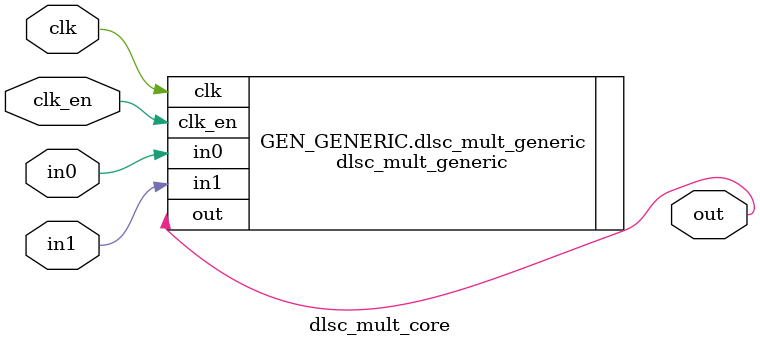
<source format=v>


module dlsc_mult_core #(
    parameter DEVICE    = "GENERIC",
    parameter SIGNED    = 0,            // set for signed multiplication
    parameter DATA0     = 1,            // width of first operand (should typically be >= DATA1)
    parameter DATA1     = 1,            // width of second operand
    parameter OUT       = 1,            // width of output
    parameter PIPELINE  = 4             // pipeline delay (recommend 3-5 for Xilinx DSP48 blocks)
) (
    input   wire                clk,
    input   wire                clk_en,

    input   wire    [DATA0-1:0] in0,
    input   wire    [DATA1-1:0] in1,
    output  wire    [OUT  -1:0] out
);

`include "dlsc_synthesis.vh"
`include "dlsc_devices.vh"

localparam SIGNED0  = SIGNED;
localparam SIGNED1  = SIGNED;

localparam PIPE1    = (PIPELINE >= 1);
localparam PIPE2    = (PIPELINE >= 2);
localparam PIPE3    = (PIPELINE >= 3);
localparam PIPE4    = (PIPELINE >= 4);
localparam PIPE5    = (PIPELINE >= 5);

generate

`ifdef XILINX
if(DLSC_XILINX_DSP48A && (DATA0 <= 18) && (DATA1 <= 18) &&
    (SIGNED0 || (DATA0 <= 17) || (!SIGNED1 && DATA1 <= 17)) &&
    (SIGNED1 || (DATA1 <= 17) || (!SIGNED0 && DATA0 <= 17))
) begin:GEN_XILINX_DSP48A
    
    // Spartan-class DSP block
    // TODO: add support for other DSP slices

    // inputs
    wire [17:0] a = SIGNED0 ? { {(18-DATA0){in0[DATA0-1]}} , in0 } : { {(18-DATA0){1'b0}} , in0 };
    wire [17:0] b = SIGNED1 ? { {(18-DATA1){in1[DATA1-1]}} , in1 } : { {(18-DATA1){1'b0}} , in1 };
    wire [7:0]  opmode;

    assign opmode[1:0]  = 2'd1; // X mux: use multiplier product
    assign opmode[3:2]  = 2'd0; // Z mux: use constant 0
    assign opmode[4]    = 1'b0; // bypass port B/D pre-adder
    assign opmode[5]    = 1'b0; // no carry input
    assign opmode[6]    = 1'b0; // pre-adder is adder (doesn't matter)
    assign opmode[7]    = 1'b0; // post-adder is adder (doesn't matter)

    // outputs
    wire [47:0] p;

    DSP48A #(
        .PREG           ( PIPE1 ),      // Enable=1/disable=0 P output pipeline register
        .A1REG          ( PIPE2 ),      // Enable=1/disable=0 second stage A input pipeline register
        .B1REG          ( PIPE2 ),      // Enable=1/disable=0 second stage B input pipeline register
        .MREG           ( PIPE3 ),      // Enable=1/disable=0 M pipeline register
        .A0REG          ( PIPE5 ),      // Enable=1/disable=0 first stage A input pipeline register
        .B0REG          ( PIPE5 ),      // Enable=1/disable=0 first stage B input pipeline register
        .CARRYINREG     ( 1 ),          // Enable=1/disable=0 CARRYIN input pipeline register
        .CARRYINSEL     ( "OPMODE5" ),  // Specify carry-in source, "CARRYIN" or "OPMODE5" 
        .CREG           ( 1 ),          // Enable=1/disable=0 C input pipeline register
        .DREG           ( 1 ),          // Enable=1/disable=0 D pre-adder input pipeline register
        .OPMODEREG      ( 1 ),          // Enable=1/disable=0 OPMODE input pipeline register
        .RSTTYPE        ( "SYNC" )      // Specify reset type, "SYNC" or "ASYNC" 
    ) DSP48A_inst (
        .BCOUT          (  ),           // 18-bit B port cascade output
        .CARRYOUT       (  ),           // 1-bit carry output
        .P              ( p ),          // 48-bit output
        .PCOUT          (  ),           // 48-bit cascade output
        .A              ( a ),          // 18-bit A data input
        .B              ( b ),          // 18-bit B data input (can be connected to fabric or BCOUT of adjacent DSP48A)
        .C              ( 48'd0 ),      // 48-bit C data input
        .CARRYIN        ( 1'b0 ),       // 1-bit carry input signal
        .CEA            ( clk_en ),     // 1-bit active high clock enable input for A input registers
        .CEB            ( clk_en ),     // 1-bit active high clock enable input for B input registers
        .CEC            ( 1'b1 ),       // 1-bit active high clock enable input for C input registers
        .CECARRYIN      ( 1'b1 ),       // 1-bit active high clock enable input for CARRYIN registers
        .CED            ( 1'b0 ),       // 1-bit active high clock enable input for D input registers
        .CEM            ( clk_en ),     // 1-bit active high clock enable input for multiplier registers
        .CEOPMODE       ( 1'b1 ),       // 1-bit active high clock enable input for OPMODE registers
        .CEP            ( clk_en ),     // 1-bit active high clock enable input for P output registers
        .CLK            ( clk ),        // Clock input
        .D              ( 18'd0 ),      // 18-bit B pre-adder data input
        .OPMODE         ( opmode ),     // 8-bit operation mode input
        .PCIN           ( 48'd0 ),      // 48-bit P cascade input 
        .RSTA           ( 1'b0 ),       // 1-bit reset input for A input pipeline registers
        .RSTB           ( 1'b0 ),       // 1-bit reset input for B input pipeline registers
        .RSTC           ( 1'b0 ),       // 1-bit reset input for C input pipeline registers
        .RSTCARRYIN     ( 1'b0 ),       // 1-bit reset input for CARRYIN input pipeline registers
        .RSTD           ( 1'b0 ),       // 1-bit reset input for D input pipeline registers
        .RSTM           ( 1'b0 ),       // 1-bit reset input for M pipeline registers
        .RSTOPMODE      ( 1'b0 ),       // 1-bit reset input for OPMODE input pipeline registers
        .RSTP           ( 1'b0 )        // 1-bit reset input for P output pipeline registers
    );

    wire [OUT-1:0] ppipe;

    if(PIPE4) begin:GEN_PPIPE

        `DLSC_PIPE_REG reg [OUT-1:0] pr;
        assign ppipe = pr;
        
        always @(posedge clk) begin
            if(clk_en) begin
                pr <= p[OUT-1:0];
            end
        end

    end else begin:GEN_NO_PPIPE

        assign ppipe = p[OUT-1:0];

    end

    if(PIPELINE > 5) begin:GEN_OUT_PIPE

        dlsc_pipedelay_clken #(
            .DATA   ( OUT ),
            .DELAY  ( PIPELINE-5 )
        ) dlsc_pipedelay_clken (
            .clk        ( clk ),
            .clk_en     ( clk_en ),
            .in_data    ( ppipe ),
            .out_data   ( out )
        );

    end else begin:GEN_OUT

        assign out = ppipe;

    end

end else
`endif // XILINX

if(1) begin:GEN_GENERIC

    // Generic synthesizable multiplier

    dlsc_mult_generic #(
        .SIGNED         ( SIGNED ),
        .DATA0          ( DATA0 ),
        .DATA1          ( DATA1 ),
        .OUT            ( OUT ),
        .PIPELINE       ( PIPELINE )
    ) dlsc_mult_generic (
        .clk            ( clk ),
        .clk_en         ( clk_en ),
        .in0            ( in0 ),
        .in1            ( in1 ),
        .out            ( out )
    );

end
endgenerate

endmodule


</source>
